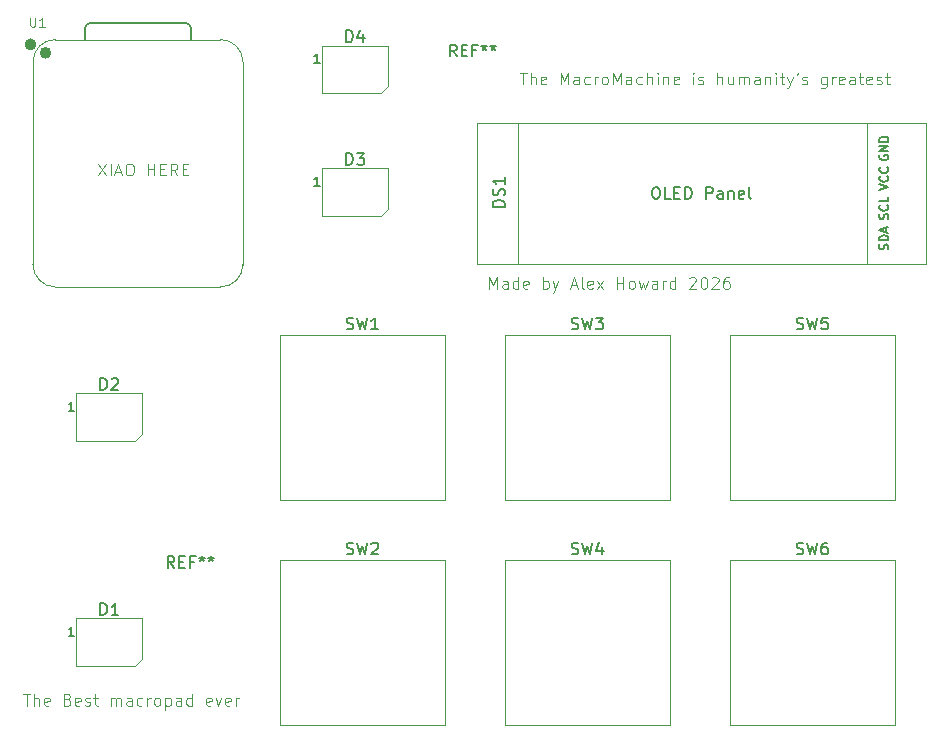
<source format=gto>
G04 #@! TF.GenerationSoftware,KiCad,Pcbnew,9.0.7*
G04 #@! TF.CreationDate,2026-01-14T23:35:42+00:00*
G04 #@! TF.ProjectId,MacroMachine,4d616372-6f4d-4616-9368-696e652e6b69,rev?*
G04 #@! TF.SameCoordinates,Original*
G04 #@! TF.FileFunction,Legend,Top*
G04 #@! TF.FilePolarity,Positive*
%FSLAX46Y46*%
G04 Gerber Fmt 4.6, Leading zero omitted, Abs format (unit mm)*
G04 Created by KiCad (PCBNEW 9.0.7) date 2026-01-14 23:35:42*
%MOMM*%
%LPD*%
G01*
G04 APERTURE LIST*
%ADD10C,0.100000*%
%ADD11C,0.150000*%
%ADD12C,0.106680*%
%ADD13C,0.120000*%
%ADD14C,0.127000*%
%ADD15C,0.504000*%
%ADD16C,0.040000*%
G04 APERTURE END LIST*
D10*
X153603884Y-98672419D02*
X153603884Y-97672419D01*
X153603884Y-97672419D02*
X153937217Y-98386704D01*
X153937217Y-98386704D02*
X154270550Y-97672419D01*
X154270550Y-97672419D02*
X154270550Y-98672419D01*
X155175312Y-98672419D02*
X155175312Y-98148609D01*
X155175312Y-98148609D02*
X155127693Y-98053371D01*
X155127693Y-98053371D02*
X155032455Y-98005752D01*
X155032455Y-98005752D02*
X154841979Y-98005752D01*
X154841979Y-98005752D02*
X154746741Y-98053371D01*
X155175312Y-98624800D02*
X155080074Y-98672419D01*
X155080074Y-98672419D02*
X154841979Y-98672419D01*
X154841979Y-98672419D02*
X154746741Y-98624800D01*
X154746741Y-98624800D02*
X154699122Y-98529561D01*
X154699122Y-98529561D02*
X154699122Y-98434323D01*
X154699122Y-98434323D02*
X154746741Y-98339085D01*
X154746741Y-98339085D02*
X154841979Y-98291466D01*
X154841979Y-98291466D02*
X155080074Y-98291466D01*
X155080074Y-98291466D02*
X155175312Y-98243847D01*
X156080074Y-98672419D02*
X156080074Y-97672419D01*
X156080074Y-98624800D02*
X155984836Y-98672419D01*
X155984836Y-98672419D02*
X155794360Y-98672419D01*
X155794360Y-98672419D02*
X155699122Y-98624800D01*
X155699122Y-98624800D02*
X155651503Y-98577180D01*
X155651503Y-98577180D02*
X155603884Y-98481942D01*
X155603884Y-98481942D02*
X155603884Y-98196228D01*
X155603884Y-98196228D02*
X155651503Y-98100990D01*
X155651503Y-98100990D02*
X155699122Y-98053371D01*
X155699122Y-98053371D02*
X155794360Y-98005752D01*
X155794360Y-98005752D02*
X155984836Y-98005752D01*
X155984836Y-98005752D02*
X156080074Y-98053371D01*
X156937217Y-98624800D02*
X156841979Y-98672419D01*
X156841979Y-98672419D02*
X156651503Y-98672419D01*
X156651503Y-98672419D02*
X156556265Y-98624800D01*
X156556265Y-98624800D02*
X156508646Y-98529561D01*
X156508646Y-98529561D02*
X156508646Y-98148609D01*
X156508646Y-98148609D02*
X156556265Y-98053371D01*
X156556265Y-98053371D02*
X156651503Y-98005752D01*
X156651503Y-98005752D02*
X156841979Y-98005752D01*
X156841979Y-98005752D02*
X156937217Y-98053371D01*
X156937217Y-98053371D02*
X156984836Y-98148609D01*
X156984836Y-98148609D02*
X156984836Y-98243847D01*
X156984836Y-98243847D02*
X156508646Y-98339085D01*
X158175313Y-98672419D02*
X158175313Y-97672419D01*
X158175313Y-98053371D02*
X158270551Y-98005752D01*
X158270551Y-98005752D02*
X158461027Y-98005752D01*
X158461027Y-98005752D02*
X158556265Y-98053371D01*
X158556265Y-98053371D02*
X158603884Y-98100990D01*
X158603884Y-98100990D02*
X158651503Y-98196228D01*
X158651503Y-98196228D02*
X158651503Y-98481942D01*
X158651503Y-98481942D02*
X158603884Y-98577180D01*
X158603884Y-98577180D02*
X158556265Y-98624800D01*
X158556265Y-98624800D02*
X158461027Y-98672419D01*
X158461027Y-98672419D02*
X158270551Y-98672419D01*
X158270551Y-98672419D02*
X158175313Y-98624800D01*
X158984837Y-98005752D02*
X159222932Y-98672419D01*
X159461027Y-98005752D02*
X159222932Y-98672419D01*
X159222932Y-98672419D02*
X159127694Y-98910514D01*
X159127694Y-98910514D02*
X159080075Y-98958133D01*
X159080075Y-98958133D02*
X158984837Y-99005752D01*
X160556266Y-98386704D02*
X161032456Y-98386704D01*
X160461028Y-98672419D02*
X160794361Y-97672419D01*
X160794361Y-97672419D02*
X161127694Y-98672419D01*
X161603885Y-98672419D02*
X161508647Y-98624800D01*
X161508647Y-98624800D02*
X161461028Y-98529561D01*
X161461028Y-98529561D02*
X161461028Y-97672419D01*
X162365790Y-98624800D02*
X162270552Y-98672419D01*
X162270552Y-98672419D02*
X162080076Y-98672419D01*
X162080076Y-98672419D02*
X161984838Y-98624800D01*
X161984838Y-98624800D02*
X161937219Y-98529561D01*
X161937219Y-98529561D02*
X161937219Y-98148609D01*
X161937219Y-98148609D02*
X161984838Y-98053371D01*
X161984838Y-98053371D02*
X162080076Y-98005752D01*
X162080076Y-98005752D02*
X162270552Y-98005752D01*
X162270552Y-98005752D02*
X162365790Y-98053371D01*
X162365790Y-98053371D02*
X162413409Y-98148609D01*
X162413409Y-98148609D02*
X162413409Y-98243847D01*
X162413409Y-98243847D02*
X161937219Y-98339085D01*
X162746743Y-98672419D02*
X163270552Y-98005752D01*
X162746743Y-98005752D02*
X163270552Y-98672419D01*
X164413410Y-98672419D02*
X164413410Y-97672419D01*
X164413410Y-98148609D02*
X164984838Y-98148609D01*
X164984838Y-98672419D02*
X164984838Y-97672419D01*
X165603886Y-98672419D02*
X165508648Y-98624800D01*
X165508648Y-98624800D02*
X165461029Y-98577180D01*
X165461029Y-98577180D02*
X165413410Y-98481942D01*
X165413410Y-98481942D02*
X165413410Y-98196228D01*
X165413410Y-98196228D02*
X165461029Y-98100990D01*
X165461029Y-98100990D02*
X165508648Y-98053371D01*
X165508648Y-98053371D02*
X165603886Y-98005752D01*
X165603886Y-98005752D02*
X165746743Y-98005752D01*
X165746743Y-98005752D02*
X165841981Y-98053371D01*
X165841981Y-98053371D02*
X165889600Y-98100990D01*
X165889600Y-98100990D02*
X165937219Y-98196228D01*
X165937219Y-98196228D02*
X165937219Y-98481942D01*
X165937219Y-98481942D02*
X165889600Y-98577180D01*
X165889600Y-98577180D02*
X165841981Y-98624800D01*
X165841981Y-98624800D02*
X165746743Y-98672419D01*
X165746743Y-98672419D02*
X165603886Y-98672419D01*
X166270553Y-98005752D02*
X166461029Y-98672419D01*
X166461029Y-98672419D02*
X166651505Y-98196228D01*
X166651505Y-98196228D02*
X166841981Y-98672419D01*
X166841981Y-98672419D02*
X167032457Y-98005752D01*
X167841981Y-98672419D02*
X167841981Y-98148609D01*
X167841981Y-98148609D02*
X167794362Y-98053371D01*
X167794362Y-98053371D02*
X167699124Y-98005752D01*
X167699124Y-98005752D02*
X167508648Y-98005752D01*
X167508648Y-98005752D02*
X167413410Y-98053371D01*
X167841981Y-98624800D02*
X167746743Y-98672419D01*
X167746743Y-98672419D02*
X167508648Y-98672419D01*
X167508648Y-98672419D02*
X167413410Y-98624800D01*
X167413410Y-98624800D02*
X167365791Y-98529561D01*
X167365791Y-98529561D02*
X167365791Y-98434323D01*
X167365791Y-98434323D02*
X167413410Y-98339085D01*
X167413410Y-98339085D02*
X167508648Y-98291466D01*
X167508648Y-98291466D02*
X167746743Y-98291466D01*
X167746743Y-98291466D02*
X167841981Y-98243847D01*
X168318172Y-98672419D02*
X168318172Y-98005752D01*
X168318172Y-98196228D02*
X168365791Y-98100990D01*
X168365791Y-98100990D02*
X168413410Y-98053371D01*
X168413410Y-98053371D02*
X168508648Y-98005752D01*
X168508648Y-98005752D02*
X168603886Y-98005752D01*
X169365791Y-98672419D02*
X169365791Y-97672419D01*
X169365791Y-98624800D02*
X169270553Y-98672419D01*
X169270553Y-98672419D02*
X169080077Y-98672419D01*
X169080077Y-98672419D02*
X168984839Y-98624800D01*
X168984839Y-98624800D02*
X168937220Y-98577180D01*
X168937220Y-98577180D02*
X168889601Y-98481942D01*
X168889601Y-98481942D02*
X168889601Y-98196228D01*
X168889601Y-98196228D02*
X168937220Y-98100990D01*
X168937220Y-98100990D02*
X168984839Y-98053371D01*
X168984839Y-98053371D02*
X169080077Y-98005752D01*
X169080077Y-98005752D02*
X169270553Y-98005752D01*
X169270553Y-98005752D02*
X169365791Y-98053371D01*
X170556268Y-97767657D02*
X170603887Y-97720038D01*
X170603887Y-97720038D02*
X170699125Y-97672419D01*
X170699125Y-97672419D02*
X170937220Y-97672419D01*
X170937220Y-97672419D02*
X171032458Y-97720038D01*
X171032458Y-97720038D02*
X171080077Y-97767657D01*
X171080077Y-97767657D02*
X171127696Y-97862895D01*
X171127696Y-97862895D02*
X171127696Y-97958133D01*
X171127696Y-97958133D02*
X171080077Y-98100990D01*
X171080077Y-98100990D02*
X170508649Y-98672419D01*
X170508649Y-98672419D02*
X171127696Y-98672419D01*
X171746744Y-97672419D02*
X171841982Y-97672419D01*
X171841982Y-97672419D02*
X171937220Y-97720038D01*
X171937220Y-97720038D02*
X171984839Y-97767657D01*
X171984839Y-97767657D02*
X172032458Y-97862895D01*
X172032458Y-97862895D02*
X172080077Y-98053371D01*
X172080077Y-98053371D02*
X172080077Y-98291466D01*
X172080077Y-98291466D02*
X172032458Y-98481942D01*
X172032458Y-98481942D02*
X171984839Y-98577180D01*
X171984839Y-98577180D02*
X171937220Y-98624800D01*
X171937220Y-98624800D02*
X171841982Y-98672419D01*
X171841982Y-98672419D02*
X171746744Y-98672419D01*
X171746744Y-98672419D02*
X171651506Y-98624800D01*
X171651506Y-98624800D02*
X171603887Y-98577180D01*
X171603887Y-98577180D02*
X171556268Y-98481942D01*
X171556268Y-98481942D02*
X171508649Y-98291466D01*
X171508649Y-98291466D02*
X171508649Y-98053371D01*
X171508649Y-98053371D02*
X171556268Y-97862895D01*
X171556268Y-97862895D02*
X171603887Y-97767657D01*
X171603887Y-97767657D02*
X171651506Y-97720038D01*
X171651506Y-97720038D02*
X171746744Y-97672419D01*
X172461030Y-97767657D02*
X172508649Y-97720038D01*
X172508649Y-97720038D02*
X172603887Y-97672419D01*
X172603887Y-97672419D02*
X172841982Y-97672419D01*
X172841982Y-97672419D02*
X172937220Y-97720038D01*
X172937220Y-97720038D02*
X172984839Y-97767657D01*
X172984839Y-97767657D02*
X173032458Y-97862895D01*
X173032458Y-97862895D02*
X173032458Y-97958133D01*
X173032458Y-97958133D02*
X172984839Y-98100990D01*
X172984839Y-98100990D02*
X172413411Y-98672419D01*
X172413411Y-98672419D02*
X173032458Y-98672419D01*
X173889601Y-97672419D02*
X173699125Y-97672419D01*
X173699125Y-97672419D02*
X173603887Y-97720038D01*
X173603887Y-97720038D02*
X173556268Y-97767657D01*
X173556268Y-97767657D02*
X173461030Y-97910514D01*
X173461030Y-97910514D02*
X173413411Y-98100990D01*
X173413411Y-98100990D02*
X173413411Y-98481942D01*
X173413411Y-98481942D02*
X173461030Y-98577180D01*
X173461030Y-98577180D02*
X173508649Y-98624800D01*
X173508649Y-98624800D02*
X173603887Y-98672419D01*
X173603887Y-98672419D02*
X173794363Y-98672419D01*
X173794363Y-98672419D02*
X173889601Y-98624800D01*
X173889601Y-98624800D02*
X173937220Y-98577180D01*
X173937220Y-98577180D02*
X173984839Y-98481942D01*
X173984839Y-98481942D02*
X173984839Y-98243847D01*
X173984839Y-98243847D02*
X173937220Y-98148609D01*
X173937220Y-98148609D02*
X173889601Y-98100990D01*
X173889601Y-98100990D02*
X173794363Y-98053371D01*
X173794363Y-98053371D02*
X173603887Y-98053371D01*
X173603887Y-98053371D02*
X173508649Y-98100990D01*
X173508649Y-98100990D02*
X173461030Y-98148609D01*
X173461030Y-98148609D02*
X173413411Y-98243847D01*
X114161027Y-132972419D02*
X114732455Y-132972419D01*
X114446741Y-133972419D02*
X114446741Y-132972419D01*
X115065789Y-133972419D02*
X115065789Y-132972419D01*
X115494360Y-133972419D02*
X115494360Y-133448609D01*
X115494360Y-133448609D02*
X115446741Y-133353371D01*
X115446741Y-133353371D02*
X115351503Y-133305752D01*
X115351503Y-133305752D02*
X115208646Y-133305752D01*
X115208646Y-133305752D02*
X115113408Y-133353371D01*
X115113408Y-133353371D02*
X115065789Y-133400990D01*
X116351503Y-133924800D02*
X116256265Y-133972419D01*
X116256265Y-133972419D02*
X116065789Y-133972419D01*
X116065789Y-133972419D02*
X115970551Y-133924800D01*
X115970551Y-133924800D02*
X115922932Y-133829561D01*
X115922932Y-133829561D02*
X115922932Y-133448609D01*
X115922932Y-133448609D02*
X115970551Y-133353371D01*
X115970551Y-133353371D02*
X116065789Y-133305752D01*
X116065789Y-133305752D02*
X116256265Y-133305752D01*
X116256265Y-133305752D02*
X116351503Y-133353371D01*
X116351503Y-133353371D02*
X116399122Y-133448609D01*
X116399122Y-133448609D02*
X116399122Y-133543847D01*
X116399122Y-133543847D02*
X115922932Y-133639085D01*
X117922932Y-133448609D02*
X118065789Y-133496228D01*
X118065789Y-133496228D02*
X118113408Y-133543847D01*
X118113408Y-133543847D02*
X118161027Y-133639085D01*
X118161027Y-133639085D02*
X118161027Y-133781942D01*
X118161027Y-133781942D02*
X118113408Y-133877180D01*
X118113408Y-133877180D02*
X118065789Y-133924800D01*
X118065789Y-133924800D02*
X117970551Y-133972419D01*
X117970551Y-133972419D02*
X117589599Y-133972419D01*
X117589599Y-133972419D02*
X117589599Y-132972419D01*
X117589599Y-132972419D02*
X117922932Y-132972419D01*
X117922932Y-132972419D02*
X118018170Y-133020038D01*
X118018170Y-133020038D02*
X118065789Y-133067657D01*
X118065789Y-133067657D02*
X118113408Y-133162895D01*
X118113408Y-133162895D02*
X118113408Y-133258133D01*
X118113408Y-133258133D02*
X118065789Y-133353371D01*
X118065789Y-133353371D02*
X118018170Y-133400990D01*
X118018170Y-133400990D02*
X117922932Y-133448609D01*
X117922932Y-133448609D02*
X117589599Y-133448609D01*
X118970551Y-133924800D02*
X118875313Y-133972419D01*
X118875313Y-133972419D02*
X118684837Y-133972419D01*
X118684837Y-133972419D02*
X118589599Y-133924800D01*
X118589599Y-133924800D02*
X118541980Y-133829561D01*
X118541980Y-133829561D02*
X118541980Y-133448609D01*
X118541980Y-133448609D02*
X118589599Y-133353371D01*
X118589599Y-133353371D02*
X118684837Y-133305752D01*
X118684837Y-133305752D02*
X118875313Y-133305752D01*
X118875313Y-133305752D02*
X118970551Y-133353371D01*
X118970551Y-133353371D02*
X119018170Y-133448609D01*
X119018170Y-133448609D02*
X119018170Y-133543847D01*
X119018170Y-133543847D02*
X118541980Y-133639085D01*
X119399123Y-133924800D02*
X119494361Y-133972419D01*
X119494361Y-133972419D02*
X119684837Y-133972419D01*
X119684837Y-133972419D02*
X119780075Y-133924800D01*
X119780075Y-133924800D02*
X119827694Y-133829561D01*
X119827694Y-133829561D02*
X119827694Y-133781942D01*
X119827694Y-133781942D02*
X119780075Y-133686704D01*
X119780075Y-133686704D02*
X119684837Y-133639085D01*
X119684837Y-133639085D02*
X119541980Y-133639085D01*
X119541980Y-133639085D02*
X119446742Y-133591466D01*
X119446742Y-133591466D02*
X119399123Y-133496228D01*
X119399123Y-133496228D02*
X119399123Y-133448609D01*
X119399123Y-133448609D02*
X119446742Y-133353371D01*
X119446742Y-133353371D02*
X119541980Y-133305752D01*
X119541980Y-133305752D02*
X119684837Y-133305752D01*
X119684837Y-133305752D02*
X119780075Y-133353371D01*
X120113409Y-133305752D02*
X120494361Y-133305752D01*
X120256266Y-132972419D02*
X120256266Y-133829561D01*
X120256266Y-133829561D02*
X120303885Y-133924800D01*
X120303885Y-133924800D02*
X120399123Y-133972419D01*
X120399123Y-133972419D02*
X120494361Y-133972419D01*
X121589600Y-133972419D02*
X121589600Y-133305752D01*
X121589600Y-133400990D02*
X121637219Y-133353371D01*
X121637219Y-133353371D02*
X121732457Y-133305752D01*
X121732457Y-133305752D02*
X121875314Y-133305752D01*
X121875314Y-133305752D02*
X121970552Y-133353371D01*
X121970552Y-133353371D02*
X122018171Y-133448609D01*
X122018171Y-133448609D02*
X122018171Y-133972419D01*
X122018171Y-133448609D02*
X122065790Y-133353371D01*
X122065790Y-133353371D02*
X122161028Y-133305752D01*
X122161028Y-133305752D02*
X122303885Y-133305752D01*
X122303885Y-133305752D02*
X122399124Y-133353371D01*
X122399124Y-133353371D02*
X122446743Y-133448609D01*
X122446743Y-133448609D02*
X122446743Y-133972419D01*
X123351504Y-133972419D02*
X123351504Y-133448609D01*
X123351504Y-133448609D02*
X123303885Y-133353371D01*
X123303885Y-133353371D02*
X123208647Y-133305752D01*
X123208647Y-133305752D02*
X123018171Y-133305752D01*
X123018171Y-133305752D02*
X122922933Y-133353371D01*
X123351504Y-133924800D02*
X123256266Y-133972419D01*
X123256266Y-133972419D02*
X123018171Y-133972419D01*
X123018171Y-133972419D02*
X122922933Y-133924800D01*
X122922933Y-133924800D02*
X122875314Y-133829561D01*
X122875314Y-133829561D02*
X122875314Y-133734323D01*
X122875314Y-133734323D02*
X122922933Y-133639085D01*
X122922933Y-133639085D02*
X123018171Y-133591466D01*
X123018171Y-133591466D02*
X123256266Y-133591466D01*
X123256266Y-133591466D02*
X123351504Y-133543847D01*
X124256266Y-133924800D02*
X124161028Y-133972419D01*
X124161028Y-133972419D02*
X123970552Y-133972419D01*
X123970552Y-133972419D02*
X123875314Y-133924800D01*
X123875314Y-133924800D02*
X123827695Y-133877180D01*
X123827695Y-133877180D02*
X123780076Y-133781942D01*
X123780076Y-133781942D02*
X123780076Y-133496228D01*
X123780076Y-133496228D02*
X123827695Y-133400990D01*
X123827695Y-133400990D02*
X123875314Y-133353371D01*
X123875314Y-133353371D02*
X123970552Y-133305752D01*
X123970552Y-133305752D02*
X124161028Y-133305752D01*
X124161028Y-133305752D02*
X124256266Y-133353371D01*
X124684838Y-133972419D02*
X124684838Y-133305752D01*
X124684838Y-133496228D02*
X124732457Y-133400990D01*
X124732457Y-133400990D02*
X124780076Y-133353371D01*
X124780076Y-133353371D02*
X124875314Y-133305752D01*
X124875314Y-133305752D02*
X124970552Y-133305752D01*
X125446743Y-133972419D02*
X125351505Y-133924800D01*
X125351505Y-133924800D02*
X125303886Y-133877180D01*
X125303886Y-133877180D02*
X125256267Y-133781942D01*
X125256267Y-133781942D02*
X125256267Y-133496228D01*
X125256267Y-133496228D02*
X125303886Y-133400990D01*
X125303886Y-133400990D02*
X125351505Y-133353371D01*
X125351505Y-133353371D02*
X125446743Y-133305752D01*
X125446743Y-133305752D02*
X125589600Y-133305752D01*
X125589600Y-133305752D02*
X125684838Y-133353371D01*
X125684838Y-133353371D02*
X125732457Y-133400990D01*
X125732457Y-133400990D02*
X125780076Y-133496228D01*
X125780076Y-133496228D02*
X125780076Y-133781942D01*
X125780076Y-133781942D02*
X125732457Y-133877180D01*
X125732457Y-133877180D02*
X125684838Y-133924800D01*
X125684838Y-133924800D02*
X125589600Y-133972419D01*
X125589600Y-133972419D02*
X125446743Y-133972419D01*
X126208648Y-133305752D02*
X126208648Y-134305752D01*
X126208648Y-133353371D02*
X126303886Y-133305752D01*
X126303886Y-133305752D02*
X126494362Y-133305752D01*
X126494362Y-133305752D02*
X126589600Y-133353371D01*
X126589600Y-133353371D02*
X126637219Y-133400990D01*
X126637219Y-133400990D02*
X126684838Y-133496228D01*
X126684838Y-133496228D02*
X126684838Y-133781942D01*
X126684838Y-133781942D02*
X126637219Y-133877180D01*
X126637219Y-133877180D02*
X126589600Y-133924800D01*
X126589600Y-133924800D02*
X126494362Y-133972419D01*
X126494362Y-133972419D02*
X126303886Y-133972419D01*
X126303886Y-133972419D02*
X126208648Y-133924800D01*
X127541981Y-133972419D02*
X127541981Y-133448609D01*
X127541981Y-133448609D02*
X127494362Y-133353371D01*
X127494362Y-133353371D02*
X127399124Y-133305752D01*
X127399124Y-133305752D02*
X127208648Y-133305752D01*
X127208648Y-133305752D02*
X127113410Y-133353371D01*
X127541981Y-133924800D02*
X127446743Y-133972419D01*
X127446743Y-133972419D02*
X127208648Y-133972419D01*
X127208648Y-133972419D02*
X127113410Y-133924800D01*
X127113410Y-133924800D02*
X127065791Y-133829561D01*
X127065791Y-133829561D02*
X127065791Y-133734323D01*
X127065791Y-133734323D02*
X127113410Y-133639085D01*
X127113410Y-133639085D02*
X127208648Y-133591466D01*
X127208648Y-133591466D02*
X127446743Y-133591466D01*
X127446743Y-133591466D02*
X127541981Y-133543847D01*
X128446743Y-133972419D02*
X128446743Y-132972419D01*
X128446743Y-133924800D02*
X128351505Y-133972419D01*
X128351505Y-133972419D02*
X128161029Y-133972419D01*
X128161029Y-133972419D02*
X128065791Y-133924800D01*
X128065791Y-133924800D02*
X128018172Y-133877180D01*
X128018172Y-133877180D02*
X127970553Y-133781942D01*
X127970553Y-133781942D02*
X127970553Y-133496228D01*
X127970553Y-133496228D02*
X128018172Y-133400990D01*
X128018172Y-133400990D02*
X128065791Y-133353371D01*
X128065791Y-133353371D02*
X128161029Y-133305752D01*
X128161029Y-133305752D02*
X128351505Y-133305752D01*
X128351505Y-133305752D02*
X128446743Y-133353371D01*
X130065791Y-133924800D02*
X129970553Y-133972419D01*
X129970553Y-133972419D02*
X129780077Y-133972419D01*
X129780077Y-133972419D02*
X129684839Y-133924800D01*
X129684839Y-133924800D02*
X129637220Y-133829561D01*
X129637220Y-133829561D02*
X129637220Y-133448609D01*
X129637220Y-133448609D02*
X129684839Y-133353371D01*
X129684839Y-133353371D02*
X129780077Y-133305752D01*
X129780077Y-133305752D02*
X129970553Y-133305752D01*
X129970553Y-133305752D02*
X130065791Y-133353371D01*
X130065791Y-133353371D02*
X130113410Y-133448609D01*
X130113410Y-133448609D02*
X130113410Y-133543847D01*
X130113410Y-133543847D02*
X129637220Y-133639085D01*
X130446744Y-133305752D02*
X130684839Y-133972419D01*
X130684839Y-133972419D02*
X130922934Y-133305752D01*
X131684839Y-133924800D02*
X131589601Y-133972419D01*
X131589601Y-133972419D02*
X131399125Y-133972419D01*
X131399125Y-133972419D02*
X131303887Y-133924800D01*
X131303887Y-133924800D02*
X131256268Y-133829561D01*
X131256268Y-133829561D02*
X131256268Y-133448609D01*
X131256268Y-133448609D02*
X131303887Y-133353371D01*
X131303887Y-133353371D02*
X131399125Y-133305752D01*
X131399125Y-133305752D02*
X131589601Y-133305752D01*
X131589601Y-133305752D02*
X131684839Y-133353371D01*
X131684839Y-133353371D02*
X131732458Y-133448609D01*
X131732458Y-133448609D02*
X131732458Y-133543847D01*
X131732458Y-133543847D02*
X131256268Y-133639085D01*
X132161030Y-133972419D02*
X132161030Y-133305752D01*
X132161030Y-133496228D02*
X132208649Y-133400990D01*
X132208649Y-133400990D02*
X132256268Y-133353371D01*
X132256268Y-133353371D02*
X132351506Y-133305752D01*
X132351506Y-133305752D02*
X132446744Y-133305752D01*
X120508646Y-88072419D02*
X121175312Y-89072419D01*
X121175312Y-88072419D02*
X120508646Y-89072419D01*
X121556265Y-89072419D02*
X121556265Y-88072419D01*
X121984836Y-88786704D02*
X122461026Y-88786704D01*
X121889598Y-89072419D02*
X122222931Y-88072419D01*
X122222931Y-88072419D02*
X122556264Y-89072419D01*
X123080074Y-88072419D02*
X123270550Y-88072419D01*
X123270550Y-88072419D02*
X123365788Y-88120038D01*
X123365788Y-88120038D02*
X123461026Y-88215276D01*
X123461026Y-88215276D02*
X123508645Y-88405752D01*
X123508645Y-88405752D02*
X123508645Y-88739085D01*
X123508645Y-88739085D02*
X123461026Y-88929561D01*
X123461026Y-88929561D02*
X123365788Y-89024800D01*
X123365788Y-89024800D02*
X123270550Y-89072419D01*
X123270550Y-89072419D02*
X123080074Y-89072419D01*
X123080074Y-89072419D02*
X122984836Y-89024800D01*
X122984836Y-89024800D02*
X122889598Y-88929561D01*
X122889598Y-88929561D02*
X122841979Y-88739085D01*
X122841979Y-88739085D02*
X122841979Y-88405752D01*
X122841979Y-88405752D02*
X122889598Y-88215276D01*
X122889598Y-88215276D02*
X122984836Y-88120038D01*
X122984836Y-88120038D02*
X123080074Y-88072419D01*
X124699122Y-89072419D02*
X124699122Y-88072419D01*
X124699122Y-88548609D02*
X125270550Y-88548609D01*
X125270550Y-89072419D02*
X125270550Y-88072419D01*
X125746741Y-88548609D02*
X126080074Y-88548609D01*
X126222931Y-89072419D02*
X125746741Y-89072419D01*
X125746741Y-89072419D02*
X125746741Y-88072419D01*
X125746741Y-88072419D02*
X126222931Y-88072419D01*
X127222931Y-89072419D02*
X126889598Y-88596228D01*
X126651503Y-89072419D02*
X126651503Y-88072419D01*
X126651503Y-88072419D02*
X127032455Y-88072419D01*
X127032455Y-88072419D02*
X127127693Y-88120038D01*
X127127693Y-88120038D02*
X127175312Y-88167657D01*
X127175312Y-88167657D02*
X127222931Y-88262895D01*
X127222931Y-88262895D02*
X127222931Y-88405752D01*
X127222931Y-88405752D02*
X127175312Y-88500990D01*
X127175312Y-88500990D02*
X127127693Y-88548609D01*
X127127693Y-88548609D02*
X127032455Y-88596228D01*
X127032455Y-88596228D02*
X126651503Y-88596228D01*
X127651503Y-88548609D02*
X127984836Y-88548609D01*
X128127693Y-89072419D02*
X127651503Y-89072419D01*
X127651503Y-89072419D02*
X127651503Y-88072419D01*
X127651503Y-88072419D02*
X128127693Y-88072419D01*
X156226027Y-80372419D02*
X156797455Y-80372419D01*
X156511741Y-81372419D02*
X156511741Y-80372419D01*
X157130789Y-81372419D02*
X157130789Y-80372419D01*
X157559360Y-81372419D02*
X157559360Y-80848609D01*
X157559360Y-80848609D02*
X157511741Y-80753371D01*
X157511741Y-80753371D02*
X157416503Y-80705752D01*
X157416503Y-80705752D02*
X157273646Y-80705752D01*
X157273646Y-80705752D02*
X157178408Y-80753371D01*
X157178408Y-80753371D02*
X157130789Y-80800990D01*
X158416503Y-81324800D02*
X158321265Y-81372419D01*
X158321265Y-81372419D02*
X158130789Y-81372419D01*
X158130789Y-81372419D02*
X158035551Y-81324800D01*
X158035551Y-81324800D02*
X157987932Y-81229561D01*
X157987932Y-81229561D02*
X157987932Y-80848609D01*
X157987932Y-80848609D02*
X158035551Y-80753371D01*
X158035551Y-80753371D02*
X158130789Y-80705752D01*
X158130789Y-80705752D02*
X158321265Y-80705752D01*
X158321265Y-80705752D02*
X158416503Y-80753371D01*
X158416503Y-80753371D02*
X158464122Y-80848609D01*
X158464122Y-80848609D02*
X158464122Y-80943847D01*
X158464122Y-80943847D02*
X157987932Y-81039085D01*
X159654599Y-81372419D02*
X159654599Y-80372419D01*
X159654599Y-80372419D02*
X159987932Y-81086704D01*
X159987932Y-81086704D02*
X160321265Y-80372419D01*
X160321265Y-80372419D02*
X160321265Y-81372419D01*
X161226027Y-81372419D02*
X161226027Y-80848609D01*
X161226027Y-80848609D02*
X161178408Y-80753371D01*
X161178408Y-80753371D02*
X161083170Y-80705752D01*
X161083170Y-80705752D02*
X160892694Y-80705752D01*
X160892694Y-80705752D02*
X160797456Y-80753371D01*
X161226027Y-81324800D02*
X161130789Y-81372419D01*
X161130789Y-81372419D02*
X160892694Y-81372419D01*
X160892694Y-81372419D02*
X160797456Y-81324800D01*
X160797456Y-81324800D02*
X160749837Y-81229561D01*
X160749837Y-81229561D02*
X160749837Y-81134323D01*
X160749837Y-81134323D02*
X160797456Y-81039085D01*
X160797456Y-81039085D02*
X160892694Y-80991466D01*
X160892694Y-80991466D02*
X161130789Y-80991466D01*
X161130789Y-80991466D02*
X161226027Y-80943847D01*
X162130789Y-81324800D02*
X162035551Y-81372419D01*
X162035551Y-81372419D02*
X161845075Y-81372419D01*
X161845075Y-81372419D02*
X161749837Y-81324800D01*
X161749837Y-81324800D02*
X161702218Y-81277180D01*
X161702218Y-81277180D02*
X161654599Y-81181942D01*
X161654599Y-81181942D02*
X161654599Y-80896228D01*
X161654599Y-80896228D02*
X161702218Y-80800990D01*
X161702218Y-80800990D02*
X161749837Y-80753371D01*
X161749837Y-80753371D02*
X161845075Y-80705752D01*
X161845075Y-80705752D02*
X162035551Y-80705752D01*
X162035551Y-80705752D02*
X162130789Y-80753371D01*
X162559361Y-81372419D02*
X162559361Y-80705752D01*
X162559361Y-80896228D02*
X162606980Y-80800990D01*
X162606980Y-80800990D02*
X162654599Y-80753371D01*
X162654599Y-80753371D02*
X162749837Y-80705752D01*
X162749837Y-80705752D02*
X162845075Y-80705752D01*
X163321266Y-81372419D02*
X163226028Y-81324800D01*
X163226028Y-81324800D02*
X163178409Y-81277180D01*
X163178409Y-81277180D02*
X163130790Y-81181942D01*
X163130790Y-81181942D02*
X163130790Y-80896228D01*
X163130790Y-80896228D02*
X163178409Y-80800990D01*
X163178409Y-80800990D02*
X163226028Y-80753371D01*
X163226028Y-80753371D02*
X163321266Y-80705752D01*
X163321266Y-80705752D02*
X163464123Y-80705752D01*
X163464123Y-80705752D02*
X163559361Y-80753371D01*
X163559361Y-80753371D02*
X163606980Y-80800990D01*
X163606980Y-80800990D02*
X163654599Y-80896228D01*
X163654599Y-80896228D02*
X163654599Y-81181942D01*
X163654599Y-81181942D02*
X163606980Y-81277180D01*
X163606980Y-81277180D02*
X163559361Y-81324800D01*
X163559361Y-81324800D02*
X163464123Y-81372419D01*
X163464123Y-81372419D02*
X163321266Y-81372419D01*
X164083171Y-81372419D02*
X164083171Y-80372419D01*
X164083171Y-80372419D02*
X164416504Y-81086704D01*
X164416504Y-81086704D02*
X164749837Y-80372419D01*
X164749837Y-80372419D02*
X164749837Y-81372419D01*
X165654599Y-81372419D02*
X165654599Y-80848609D01*
X165654599Y-80848609D02*
X165606980Y-80753371D01*
X165606980Y-80753371D02*
X165511742Y-80705752D01*
X165511742Y-80705752D02*
X165321266Y-80705752D01*
X165321266Y-80705752D02*
X165226028Y-80753371D01*
X165654599Y-81324800D02*
X165559361Y-81372419D01*
X165559361Y-81372419D02*
X165321266Y-81372419D01*
X165321266Y-81372419D02*
X165226028Y-81324800D01*
X165226028Y-81324800D02*
X165178409Y-81229561D01*
X165178409Y-81229561D02*
X165178409Y-81134323D01*
X165178409Y-81134323D02*
X165226028Y-81039085D01*
X165226028Y-81039085D02*
X165321266Y-80991466D01*
X165321266Y-80991466D02*
X165559361Y-80991466D01*
X165559361Y-80991466D02*
X165654599Y-80943847D01*
X166559361Y-81324800D02*
X166464123Y-81372419D01*
X166464123Y-81372419D02*
X166273647Y-81372419D01*
X166273647Y-81372419D02*
X166178409Y-81324800D01*
X166178409Y-81324800D02*
X166130790Y-81277180D01*
X166130790Y-81277180D02*
X166083171Y-81181942D01*
X166083171Y-81181942D02*
X166083171Y-80896228D01*
X166083171Y-80896228D02*
X166130790Y-80800990D01*
X166130790Y-80800990D02*
X166178409Y-80753371D01*
X166178409Y-80753371D02*
X166273647Y-80705752D01*
X166273647Y-80705752D02*
X166464123Y-80705752D01*
X166464123Y-80705752D02*
X166559361Y-80753371D01*
X166987933Y-81372419D02*
X166987933Y-80372419D01*
X167416504Y-81372419D02*
X167416504Y-80848609D01*
X167416504Y-80848609D02*
X167368885Y-80753371D01*
X167368885Y-80753371D02*
X167273647Y-80705752D01*
X167273647Y-80705752D02*
X167130790Y-80705752D01*
X167130790Y-80705752D02*
X167035552Y-80753371D01*
X167035552Y-80753371D02*
X166987933Y-80800990D01*
X167892695Y-81372419D02*
X167892695Y-80705752D01*
X167892695Y-80372419D02*
X167845076Y-80420038D01*
X167845076Y-80420038D02*
X167892695Y-80467657D01*
X167892695Y-80467657D02*
X167940314Y-80420038D01*
X167940314Y-80420038D02*
X167892695Y-80372419D01*
X167892695Y-80372419D02*
X167892695Y-80467657D01*
X168368885Y-80705752D02*
X168368885Y-81372419D01*
X168368885Y-80800990D02*
X168416504Y-80753371D01*
X168416504Y-80753371D02*
X168511742Y-80705752D01*
X168511742Y-80705752D02*
X168654599Y-80705752D01*
X168654599Y-80705752D02*
X168749837Y-80753371D01*
X168749837Y-80753371D02*
X168797456Y-80848609D01*
X168797456Y-80848609D02*
X168797456Y-81372419D01*
X169654599Y-81324800D02*
X169559361Y-81372419D01*
X169559361Y-81372419D02*
X169368885Y-81372419D01*
X169368885Y-81372419D02*
X169273647Y-81324800D01*
X169273647Y-81324800D02*
X169226028Y-81229561D01*
X169226028Y-81229561D02*
X169226028Y-80848609D01*
X169226028Y-80848609D02*
X169273647Y-80753371D01*
X169273647Y-80753371D02*
X169368885Y-80705752D01*
X169368885Y-80705752D02*
X169559361Y-80705752D01*
X169559361Y-80705752D02*
X169654599Y-80753371D01*
X169654599Y-80753371D02*
X169702218Y-80848609D01*
X169702218Y-80848609D02*
X169702218Y-80943847D01*
X169702218Y-80943847D02*
X169226028Y-81039085D01*
X170892695Y-81372419D02*
X170892695Y-80705752D01*
X170892695Y-80372419D02*
X170845076Y-80420038D01*
X170845076Y-80420038D02*
X170892695Y-80467657D01*
X170892695Y-80467657D02*
X170940314Y-80420038D01*
X170940314Y-80420038D02*
X170892695Y-80372419D01*
X170892695Y-80372419D02*
X170892695Y-80467657D01*
X171321266Y-81324800D02*
X171416504Y-81372419D01*
X171416504Y-81372419D02*
X171606980Y-81372419D01*
X171606980Y-81372419D02*
X171702218Y-81324800D01*
X171702218Y-81324800D02*
X171749837Y-81229561D01*
X171749837Y-81229561D02*
X171749837Y-81181942D01*
X171749837Y-81181942D02*
X171702218Y-81086704D01*
X171702218Y-81086704D02*
X171606980Y-81039085D01*
X171606980Y-81039085D02*
X171464123Y-81039085D01*
X171464123Y-81039085D02*
X171368885Y-80991466D01*
X171368885Y-80991466D02*
X171321266Y-80896228D01*
X171321266Y-80896228D02*
X171321266Y-80848609D01*
X171321266Y-80848609D02*
X171368885Y-80753371D01*
X171368885Y-80753371D02*
X171464123Y-80705752D01*
X171464123Y-80705752D02*
X171606980Y-80705752D01*
X171606980Y-80705752D02*
X171702218Y-80753371D01*
X172940314Y-81372419D02*
X172940314Y-80372419D01*
X173368885Y-81372419D02*
X173368885Y-80848609D01*
X173368885Y-80848609D02*
X173321266Y-80753371D01*
X173321266Y-80753371D02*
X173226028Y-80705752D01*
X173226028Y-80705752D02*
X173083171Y-80705752D01*
X173083171Y-80705752D02*
X172987933Y-80753371D01*
X172987933Y-80753371D02*
X172940314Y-80800990D01*
X174273647Y-80705752D02*
X174273647Y-81372419D01*
X173845076Y-80705752D02*
X173845076Y-81229561D01*
X173845076Y-81229561D02*
X173892695Y-81324800D01*
X173892695Y-81324800D02*
X173987933Y-81372419D01*
X173987933Y-81372419D02*
X174130790Y-81372419D01*
X174130790Y-81372419D02*
X174226028Y-81324800D01*
X174226028Y-81324800D02*
X174273647Y-81277180D01*
X174749838Y-81372419D02*
X174749838Y-80705752D01*
X174749838Y-80800990D02*
X174797457Y-80753371D01*
X174797457Y-80753371D02*
X174892695Y-80705752D01*
X174892695Y-80705752D02*
X175035552Y-80705752D01*
X175035552Y-80705752D02*
X175130790Y-80753371D01*
X175130790Y-80753371D02*
X175178409Y-80848609D01*
X175178409Y-80848609D02*
X175178409Y-81372419D01*
X175178409Y-80848609D02*
X175226028Y-80753371D01*
X175226028Y-80753371D02*
X175321266Y-80705752D01*
X175321266Y-80705752D02*
X175464123Y-80705752D01*
X175464123Y-80705752D02*
X175559362Y-80753371D01*
X175559362Y-80753371D02*
X175606981Y-80848609D01*
X175606981Y-80848609D02*
X175606981Y-81372419D01*
X176511742Y-81372419D02*
X176511742Y-80848609D01*
X176511742Y-80848609D02*
X176464123Y-80753371D01*
X176464123Y-80753371D02*
X176368885Y-80705752D01*
X176368885Y-80705752D02*
X176178409Y-80705752D01*
X176178409Y-80705752D02*
X176083171Y-80753371D01*
X176511742Y-81324800D02*
X176416504Y-81372419D01*
X176416504Y-81372419D02*
X176178409Y-81372419D01*
X176178409Y-81372419D02*
X176083171Y-81324800D01*
X176083171Y-81324800D02*
X176035552Y-81229561D01*
X176035552Y-81229561D02*
X176035552Y-81134323D01*
X176035552Y-81134323D02*
X176083171Y-81039085D01*
X176083171Y-81039085D02*
X176178409Y-80991466D01*
X176178409Y-80991466D02*
X176416504Y-80991466D01*
X176416504Y-80991466D02*
X176511742Y-80943847D01*
X176987933Y-80705752D02*
X176987933Y-81372419D01*
X176987933Y-80800990D02*
X177035552Y-80753371D01*
X177035552Y-80753371D02*
X177130790Y-80705752D01*
X177130790Y-80705752D02*
X177273647Y-80705752D01*
X177273647Y-80705752D02*
X177368885Y-80753371D01*
X177368885Y-80753371D02*
X177416504Y-80848609D01*
X177416504Y-80848609D02*
X177416504Y-81372419D01*
X177892695Y-81372419D02*
X177892695Y-80705752D01*
X177892695Y-80372419D02*
X177845076Y-80420038D01*
X177845076Y-80420038D02*
X177892695Y-80467657D01*
X177892695Y-80467657D02*
X177940314Y-80420038D01*
X177940314Y-80420038D02*
X177892695Y-80372419D01*
X177892695Y-80372419D02*
X177892695Y-80467657D01*
X178226028Y-80705752D02*
X178606980Y-80705752D01*
X178368885Y-80372419D02*
X178368885Y-81229561D01*
X178368885Y-81229561D02*
X178416504Y-81324800D01*
X178416504Y-81324800D02*
X178511742Y-81372419D01*
X178511742Y-81372419D02*
X178606980Y-81372419D01*
X178845076Y-80705752D02*
X179083171Y-81372419D01*
X179321266Y-80705752D02*
X179083171Y-81372419D01*
X179083171Y-81372419D02*
X178987933Y-81610514D01*
X178987933Y-81610514D02*
X178940314Y-81658133D01*
X178940314Y-81658133D02*
X178845076Y-81705752D01*
X179749838Y-80372419D02*
X179654600Y-80562895D01*
X180130790Y-81324800D02*
X180226028Y-81372419D01*
X180226028Y-81372419D02*
X180416504Y-81372419D01*
X180416504Y-81372419D02*
X180511742Y-81324800D01*
X180511742Y-81324800D02*
X180559361Y-81229561D01*
X180559361Y-81229561D02*
X180559361Y-81181942D01*
X180559361Y-81181942D02*
X180511742Y-81086704D01*
X180511742Y-81086704D02*
X180416504Y-81039085D01*
X180416504Y-81039085D02*
X180273647Y-81039085D01*
X180273647Y-81039085D02*
X180178409Y-80991466D01*
X180178409Y-80991466D02*
X180130790Y-80896228D01*
X180130790Y-80896228D02*
X180130790Y-80848609D01*
X180130790Y-80848609D02*
X180178409Y-80753371D01*
X180178409Y-80753371D02*
X180273647Y-80705752D01*
X180273647Y-80705752D02*
X180416504Y-80705752D01*
X180416504Y-80705752D02*
X180511742Y-80753371D01*
X182178409Y-80705752D02*
X182178409Y-81515276D01*
X182178409Y-81515276D02*
X182130790Y-81610514D01*
X182130790Y-81610514D02*
X182083171Y-81658133D01*
X182083171Y-81658133D02*
X181987933Y-81705752D01*
X181987933Y-81705752D02*
X181845076Y-81705752D01*
X181845076Y-81705752D02*
X181749838Y-81658133D01*
X182178409Y-81324800D02*
X182083171Y-81372419D01*
X182083171Y-81372419D02*
X181892695Y-81372419D01*
X181892695Y-81372419D02*
X181797457Y-81324800D01*
X181797457Y-81324800D02*
X181749838Y-81277180D01*
X181749838Y-81277180D02*
X181702219Y-81181942D01*
X181702219Y-81181942D02*
X181702219Y-80896228D01*
X181702219Y-80896228D02*
X181749838Y-80800990D01*
X181749838Y-80800990D02*
X181797457Y-80753371D01*
X181797457Y-80753371D02*
X181892695Y-80705752D01*
X181892695Y-80705752D02*
X182083171Y-80705752D01*
X182083171Y-80705752D02*
X182178409Y-80753371D01*
X182654600Y-81372419D02*
X182654600Y-80705752D01*
X182654600Y-80896228D02*
X182702219Y-80800990D01*
X182702219Y-80800990D02*
X182749838Y-80753371D01*
X182749838Y-80753371D02*
X182845076Y-80705752D01*
X182845076Y-80705752D02*
X182940314Y-80705752D01*
X183654600Y-81324800D02*
X183559362Y-81372419D01*
X183559362Y-81372419D02*
X183368886Y-81372419D01*
X183368886Y-81372419D02*
X183273648Y-81324800D01*
X183273648Y-81324800D02*
X183226029Y-81229561D01*
X183226029Y-81229561D02*
X183226029Y-80848609D01*
X183226029Y-80848609D02*
X183273648Y-80753371D01*
X183273648Y-80753371D02*
X183368886Y-80705752D01*
X183368886Y-80705752D02*
X183559362Y-80705752D01*
X183559362Y-80705752D02*
X183654600Y-80753371D01*
X183654600Y-80753371D02*
X183702219Y-80848609D01*
X183702219Y-80848609D02*
X183702219Y-80943847D01*
X183702219Y-80943847D02*
X183226029Y-81039085D01*
X184559362Y-81372419D02*
X184559362Y-80848609D01*
X184559362Y-80848609D02*
X184511743Y-80753371D01*
X184511743Y-80753371D02*
X184416505Y-80705752D01*
X184416505Y-80705752D02*
X184226029Y-80705752D01*
X184226029Y-80705752D02*
X184130791Y-80753371D01*
X184559362Y-81324800D02*
X184464124Y-81372419D01*
X184464124Y-81372419D02*
X184226029Y-81372419D01*
X184226029Y-81372419D02*
X184130791Y-81324800D01*
X184130791Y-81324800D02*
X184083172Y-81229561D01*
X184083172Y-81229561D02*
X184083172Y-81134323D01*
X184083172Y-81134323D02*
X184130791Y-81039085D01*
X184130791Y-81039085D02*
X184226029Y-80991466D01*
X184226029Y-80991466D02*
X184464124Y-80991466D01*
X184464124Y-80991466D02*
X184559362Y-80943847D01*
X184892696Y-80705752D02*
X185273648Y-80705752D01*
X185035553Y-80372419D02*
X185035553Y-81229561D01*
X185035553Y-81229561D02*
X185083172Y-81324800D01*
X185083172Y-81324800D02*
X185178410Y-81372419D01*
X185178410Y-81372419D02*
X185273648Y-81372419D01*
X185987934Y-81324800D02*
X185892696Y-81372419D01*
X185892696Y-81372419D02*
X185702220Y-81372419D01*
X185702220Y-81372419D02*
X185606982Y-81324800D01*
X185606982Y-81324800D02*
X185559363Y-81229561D01*
X185559363Y-81229561D02*
X185559363Y-80848609D01*
X185559363Y-80848609D02*
X185606982Y-80753371D01*
X185606982Y-80753371D02*
X185702220Y-80705752D01*
X185702220Y-80705752D02*
X185892696Y-80705752D01*
X185892696Y-80705752D02*
X185987934Y-80753371D01*
X185987934Y-80753371D02*
X186035553Y-80848609D01*
X186035553Y-80848609D02*
X186035553Y-80943847D01*
X186035553Y-80943847D02*
X185559363Y-81039085D01*
X186416506Y-81324800D02*
X186511744Y-81372419D01*
X186511744Y-81372419D02*
X186702220Y-81372419D01*
X186702220Y-81372419D02*
X186797458Y-81324800D01*
X186797458Y-81324800D02*
X186845077Y-81229561D01*
X186845077Y-81229561D02*
X186845077Y-81181942D01*
X186845077Y-81181942D02*
X186797458Y-81086704D01*
X186797458Y-81086704D02*
X186702220Y-81039085D01*
X186702220Y-81039085D02*
X186559363Y-81039085D01*
X186559363Y-81039085D02*
X186464125Y-80991466D01*
X186464125Y-80991466D02*
X186416506Y-80896228D01*
X186416506Y-80896228D02*
X186416506Y-80848609D01*
X186416506Y-80848609D02*
X186464125Y-80753371D01*
X186464125Y-80753371D02*
X186559363Y-80705752D01*
X186559363Y-80705752D02*
X186702220Y-80705752D01*
X186702220Y-80705752D02*
X186797458Y-80753371D01*
X187130792Y-80705752D02*
X187511744Y-80705752D01*
X187273649Y-80372419D02*
X187273649Y-81229561D01*
X187273649Y-81229561D02*
X187321268Y-81324800D01*
X187321268Y-81324800D02*
X187416506Y-81372419D01*
X187416506Y-81372419D02*
X187511744Y-81372419D01*
D11*
X150866666Y-79004819D02*
X150533333Y-78528628D01*
X150295238Y-79004819D02*
X150295238Y-78004819D01*
X150295238Y-78004819D02*
X150676190Y-78004819D01*
X150676190Y-78004819D02*
X150771428Y-78052438D01*
X150771428Y-78052438D02*
X150819047Y-78100057D01*
X150819047Y-78100057D02*
X150866666Y-78195295D01*
X150866666Y-78195295D02*
X150866666Y-78338152D01*
X150866666Y-78338152D02*
X150819047Y-78433390D01*
X150819047Y-78433390D02*
X150771428Y-78481009D01*
X150771428Y-78481009D02*
X150676190Y-78528628D01*
X150676190Y-78528628D02*
X150295238Y-78528628D01*
X151295238Y-78481009D02*
X151628571Y-78481009D01*
X151771428Y-79004819D02*
X151295238Y-79004819D01*
X151295238Y-79004819D02*
X151295238Y-78004819D01*
X151295238Y-78004819D02*
X151771428Y-78004819D01*
X152533333Y-78481009D02*
X152200000Y-78481009D01*
X152200000Y-79004819D02*
X152200000Y-78004819D01*
X152200000Y-78004819D02*
X152676190Y-78004819D01*
X153200000Y-78004819D02*
X153200000Y-78242914D01*
X152961905Y-78147676D02*
X153200000Y-78242914D01*
X153200000Y-78242914D02*
X153438095Y-78147676D01*
X153057143Y-78433390D02*
X153200000Y-78242914D01*
X153200000Y-78242914D02*
X153342857Y-78433390D01*
X153961905Y-78004819D02*
X153961905Y-78242914D01*
X153723810Y-78147676D02*
X153961905Y-78242914D01*
X153961905Y-78242914D02*
X154200000Y-78147676D01*
X153819048Y-78433390D02*
X153961905Y-78242914D01*
X153961905Y-78242914D02*
X154104762Y-78433390D01*
X126966666Y-122304819D02*
X126633333Y-121828628D01*
X126395238Y-122304819D02*
X126395238Y-121304819D01*
X126395238Y-121304819D02*
X126776190Y-121304819D01*
X126776190Y-121304819D02*
X126871428Y-121352438D01*
X126871428Y-121352438D02*
X126919047Y-121400057D01*
X126919047Y-121400057D02*
X126966666Y-121495295D01*
X126966666Y-121495295D02*
X126966666Y-121638152D01*
X126966666Y-121638152D02*
X126919047Y-121733390D01*
X126919047Y-121733390D02*
X126871428Y-121781009D01*
X126871428Y-121781009D02*
X126776190Y-121828628D01*
X126776190Y-121828628D02*
X126395238Y-121828628D01*
X127395238Y-121781009D02*
X127728571Y-121781009D01*
X127871428Y-122304819D02*
X127395238Y-122304819D01*
X127395238Y-122304819D02*
X127395238Y-121304819D01*
X127395238Y-121304819D02*
X127871428Y-121304819D01*
X128633333Y-121781009D02*
X128300000Y-121781009D01*
X128300000Y-122304819D02*
X128300000Y-121304819D01*
X128300000Y-121304819D02*
X128776190Y-121304819D01*
X129300000Y-121304819D02*
X129300000Y-121542914D01*
X129061905Y-121447676D02*
X129300000Y-121542914D01*
X129300000Y-121542914D02*
X129538095Y-121447676D01*
X129157143Y-121733390D02*
X129300000Y-121542914D01*
X129300000Y-121542914D02*
X129442857Y-121733390D01*
X130061905Y-121304819D02*
X130061905Y-121542914D01*
X129823810Y-121447676D02*
X130061905Y-121542914D01*
X130061905Y-121542914D02*
X130300000Y-121447676D01*
X129919048Y-121733390D02*
X130061905Y-121542914D01*
X130061905Y-121542914D02*
X130204762Y-121733390D01*
X141541667Y-121120700D02*
X141684524Y-121168319D01*
X141684524Y-121168319D02*
X141922619Y-121168319D01*
X141922619Y-121168319D02*
X142017857Y-121120700D01*
X142017857Y-121120700D02*
X142065476Y-121073080D01*
X142065476Y-121073080D02*
X142113095Y-120977842D01*
X142113095Y-120977842D02*
X142113095Y-120882604D01*
X142113095Y-120882604D02*
X142065476Y-120787366D01*
X142065476Y-120787366D02*
X142017857Y-120739747D01*
X142017857Y-120739747D02*
X141922619Y-120692128D01*
X141922619Y-120692128D02*
X141732143Y-120644509D01*
X141732143Y-120644509D02*
X141636905Y-120596890D01*
X141636905Y-120596890D02*
X141589286Y-120549271D01*
X141589286Y-120549271D02*
X141541667Y-120454033D01*
X141541667Y-120454033D02*
X141541667Y-120358795D01*
X141541667Y-120358795D02*
X141589286Y-120263557D01*
X141589286Y-120263557D02*
X141636905Y-120215938D01*
X141636905Y-120215938D02*
X141732143Y-120168319D01*
X141732143Y-120168319D02*
X141970238Y-120168319D01*
X141970238Y-120168319D02*
X142113095Y-120215938D01*
X142446429Y-120168319D02*
X142684524Y-121168319D01*
X142684524Y-121168319D02*
X142875000Y-120454033D01*
X142875000Y-120454033D02*
X143065476Y-121168319D01*
X143065476Y-121168319D02*
X143303572Y-120168319D01*
X143636905Y-120263557D02*
X143684524Y-120215938D01*
X143684524Y-120215938D02*
X143779762Y-120168319D01*
X143779762Y-120168319D02*
X144017857Y-120168319D01*
X144017857Y-120168319D02*
X144113095Y-120215938D01*
X144113095Y-120215938D02*
X144160714Y-120263557D01*
X144160714Y-120263557D02*
X144208333Y-120358795D01*
X144208333Y-120358795D02*
X144208333Y-120454033D01*
X144208333Y-120454033D02*
X144160714Y-120596890D01*
X144160714Y-120596890D02*
X143589286Y-121168319D01*
X143589286Y-121168319D02*
X144208333Y-121168319D01*
D12*
X114746450Y-75722641D02*
X114746450Y-76355948D01*
X114746450Y-76355948D02*
X114783704Y-76430454D01*
X114783704Y-76430454D02*
X114820957Y-76467708D01*
X114820957Y-76467708D02*
X114895464Y-76504961D01*
X114895464Y-76504961D02*
X115044477Y-76504961D01*
X115044477Y-76504961D02*
X115118984Y-76467708D01*
X115118984Y-76467708D02*
X115156237Y-76430454D01*
X115156237Y-76430454D02*
X115193490Y-76355948D01*
X115193490Y-76355948D02*
X115193490Y-75722641D01*
X115975810Y-76504961D02*
X115528770Y-76504961D01*
X115752290Y-76504961D02*
X115752290Y-75722641D01*
X115752290Y-75722641D02*
X115677783Y-75834401D01*
X115677783Y-75834401D02*
X115603277Y-75908908D01*
X115603277Y-75908908D02*
X115528770Y-75946161D01*
D11*
X160591667Y-102070700D02*
X160734524Y-102118319D01*
X160734524Y-102118319D02*
X160972619Y-102118319D01*
X160972619Y-102118319D02*
X161067857Y-102070700D01*
X161067857Y-102070700D02*
X161115476Y-102023080D01*
X161115476Y-102023080D02*
X161163095Y-101927842D01*
X161163095Y-101927842D02*
X161163095Y-101832604D01*
X161163095Y-101832604D02*
X161115476Y-101737366D01*
X161115476Y-101737366D02*
X161067857Y-101689747D01*
X161067857Y-101689747D02*
X160972619Y-101642128D01*
X160972619Y-101642128D02*
X160782143Y-101594509D01*
X160782143Y-101594509D02*
X160686905Y-101546890D01*
X160686905Y-101546890D02*
X160639286Y-101499271D01*
X160639286Y-101499271D02*
X160591667Y-101404033D01*
X160591667Y-101404033D02*
X160591667Y-101308795D01*
X160591667Y-101308795D02*
X160639286Y-101213557D01*
X160639286Y-101213557D02*
X160686905Y-101165938D01*
X160686905Y-101165938D02*
X160782143Y-101118319D01*
X160782143Y-101118319D02*
X161020238Y-101118319D01*
X161020238Y-101118319D02*
X161163095Y-101165938D01*
X161496429Y-101118319D02*
X161734524Y-102118319D01*
X161734524Y-102118319D02*
X161925000Y-101404033D01*
X161925000Y-101404033D02*
X162115476Y-102118319D01*
X162115476Y-102118319D02*
X162353572Y-101118319D01*
X162639286Y-101118319D02*
X163258333Y-101118319D01*
X163258333Y-101118319D02*
X162925000Y-101499271D01*
X162925000Y-101499271D02*
X163067857Y-101499271D01*
X163067857Y-101499271D02*
X163163095Y-101546890D01*
X163163095Y-101546890D02*
X163210714Y-101594509D01*
X163210714Y-101594509D02*
X163258333Y-101689747D01*
X163258333Y-101689747D02*
X163258333Y-101927842D01*
X163258333Y-101927842D02*
X163210714Y-102023080D01*
X163210714Y-102023080D02*
X163163095Y-102070700D01*
X163163095Y-102070700D02*
X163067857Y-102118319D01*
X163067857Y-102118319D02*
X162782143Y-102118319D01*
X162782143Y-102118319D02*
X162686905Y-102070700D01*
X162686905Y-102070700D02*
X162639286Y-102023080D01*
X120705655Y-107242319D02*
X120705655Y-106242319D01*
X120705655Y-106242319D02*
X120943750Y-106242319D01*
X120943750Y-106242319D02*
X121086607Y-106289938D01*
X121086607Y-106289938D02*
X121181845Y-106385176D01*
X121181845Y-106385176D02*
X121229464Y-106480414D01*
X121229464Y-106480414D02*
X121277083Y-106670890D01*
X121277083Y-106670890D02*
X121277083Y-106813747D01*
X121277083Y-106813747D02*
X121229464Y-107004223D01*
X121229464Y-107004223D02*
X121181845Y-107099461D01*
X121181845Y-107099461D02*
X121086607Y-107194700D01*
X121086607Y-107194700D02*
X120943750Y-107242319D01*
X120943750Y-107242319D02*
X120705655Y-107242319D01*
X121658036Y-106337557D02*
X121705655Y-106289938D01*
X121705655Y-106289938D02*
X121800893Y-106242319D01*
X121800893Y-106242319D02*
X122038988Y-106242319D01*
X122038988Y-106242319D02*
X122134226Y-106289938D01*
X122134226Y-106289938D02*
X122181845Y-106337557D01*
X122181845Y-106337557D02*
X122229464Y-106432795D01*
X122229464Y-106432795D02*
X122229464Y-106528033D01*
X122229464Y-106528033D02*
X122181845Y-106670890D01*
X122181845Y-106670890D02*
X121610417Y-107242319D01*
X121610417Y-107242319D02*
X122229464Y-107242319D01*
X118472321Y-109024795D02*
X118015178Y-109024795D01*
X118243750Y-109024795D02*
X118243750Y-108224795D01*
X118243750Y-108224795D02*
X118167559Y-108339080D01*
X118167559Y-108339080D02*
X118091369Y-108415271D01*
X118091369Y-108415271D02*
X118015178Y-108453366D01*
X141505655Y-77792319D02*
X141505655Y-76792319D01*
X141505655Y-76792319D02*
X141743750Y-76792319D01*
X141743750Y-76792319D02*
X141886607Y-76839938D01*
X141886607Y-76839938D02*
X141981845Y-76935176D01*
X141981845Y-76935176D02*
X142029464Y-77030414D01*
X142029464Y-77030414D02*
X142077083Y-77220890D01*
X142077083Y-77220890D02*
X142077083Y-77363747D01*
X142077083Y-77363747D02*
X142029464Y-77554223D01*
X142029464Y-77554223D02*
X141981845Y-77649461D01*
X141981845Y-77649461D02*
X141886607Y-77744700D01*
X141886607Y-77744700D02*
X141743750Y-77792319D01*
X141743750Y-77792319D02*
X141505655Y-77792319D01*
X142934226Y-77125652D02*
X142934226Y-77792319D01*
X142696131Y-76744700D02*
X142458036Y-77458985D01*
X142458036Y-77458985D02*
X143077083Y-77458985D01*
X139272321Y-79574795D02*
X138815178Y-79574795D01*
X139043750Y-79574795D02*
X139043750Y-78774795D01*
X139043750Y-78774795D02*
X138967559Y-78889080D01*
X138967559Y-78889080D02*
X138891369Y-78965271D01*
X138891369Y-78965271D02*
X138815178Y-79003366D01*
X179641667Y-102070700D02*
X179784524Y-102118319D01*
X179784524Y-102118319D02*
X180022619Y-102118319D01*
X180022619Y-102118319D02*
X180117857Y-102070700D01*
X180117857Y-102070700D02*
X180165476Y-102023080D01*
X180165476Y-102023080D02*
X180213095Y-101927842D01*
X180213095Y-101927842D02*
X180213095Y-101832604D01*
X180213095Y-101832604D02*
X180165476Y-101737366D01*
X180165476Y-101737366D02*
X180117857Y-101689747D01*
X180117857Y-101689747D02*
X180022619Y-101642128D01*
X180022619Y-101642128D02*
X179832143Y-101594509D01*
X179832143Y-101594509D02*
X179736905Y-101546890D01*
X179736905Y-101546890D02*
X179689286Y-101499271D01*
X179689286Y-101499271D02*
X179641667Y-101404033D01*
X179641667Y-101404033D02*
X179641667Y-101308795D01*
X179641667Y-101308795D02*
X179689286Y-101213557D01*
X179689286Y-101213557D02*
X179736905Y-101165938D01*
X179736905Y-101165938D02*
X179832143Y-101118319D01*
X179832143Y-101118319D02*
X180070238Y-101118319D01*
X180070238Y-101118319D02*
X180213095Y-101165938D01*
X180546429Y-101118319D02*
X180784524Y-102118319D01*
X180784524Y-102118319D02*
X180975000Y-101404033D01*
X180975000Y-101404033D02*
X181165476Y-102118319D01*
X181165476Y-102118319D02*
X181403572Y-101118319D01*
X182260714Y-101118319D02*
X181784524Y-101118319D01*
X181784524Y-101118319D02*
X181736905Y-101594509D01*
X181736905Y-101594509D02*
X181784524Y-101546890D01*
X181784524Y-101546890D02*
X181879762Y-101499271D01*
X181879762Y-101499271D02*
X182117857Y-101499271D01*
X182117857Y-101499271D02*
X182213095Y-101546890D01*
X182213095Y-101546890D02*
X182260714Y-101594509D01*
X182260714Y-101594509D02*
X182308333Y-101689747D01*
X182308333Y-101689747D02*
X182308333Y-101927842D01*
X182308333Y-101927842D02*
X182260714Y-102023080D01*
X182260714Y-102023080D02*
X182213095Y-102070700D01*
X182213095Y-102070700D02*
X182117857Y-102118319D01*
X182117857Y-102118319D02*
X181879762Y-102118319D01*
X181879762Y-102118319D02*
X181784524Y-102070700D01*
X181784524Y-102070700D02*
X181736905Y-102023080D01*
X120705655Y-126292319D02*
X120705655Y-125292319D01*
X120705655Y-125292319D02*
X120943750Y-125292319D01*
X120943750Y-125292319D02*
X121086607Y-125339938D01*
X121086607Y-125339938D02*
X121181845Y-125435176D01*
X121181845Y-125435176D02*
X121229464Y-125530414D01*
X121229464Y-125530414D02*
X121277083Y-125720890D01*
X121277083Y-125720890D02*
X121277083Y-125863747D01*
X121277083Y-125863747D02*
X121229464Y-126054223D01*
X121229464Y-126054223D02*
X121181845Y-126149461D01*
X121181845Y-126149461D02*
X121086607Y-126244700D01*
X121086607Y-126244700D02*
X120943750Y-126292319D01*
X120943750Y-126292319D02*
X120705655Y-126292319D01*
X122229464Y-126292319D02*
X121658036Y-126292319D01*
X121943750Y-126292319D02*
X121943750Y-125292319D01*
X121943750Y-125292319D02*
X121848512Y-125435176D01*
X121848512Y-125435176D02*
X121753274Y-125530414D01*
X121753274Y-125530414D02*
X121658036Y-125578033D01*
X118472321Y-128074795D02*
X118015178Y-128074795D01*
X118243750Y-128074795D02*
X118243750Y-127274795D01*
X118243750Y-127274795D02*
X118167559Y-127389080D01*
X118167559Y-127389080D02*
X118091369Y-127465271D01*
X118091369Y-127465271D02*
X118015178Y-127503366D01*
X141505655Y-88192319D02*
X141505655Y-87192319D01*
X141505655Y-87192319D02*
X141743750Y-87192319D01*
X141743750Y-87192319D02*
X141886607Y-87239938D01*
X141886607Y-87239938D02*
X141981845Y-87335176D01*
X141981845Y-87335176D02*
X142029464Y-87430414D01*
X142029464Y-87430414D02*
X142077083Y-87620890D01*
X142077083Y-87620890D02*
X142077083Y-87763747D01*
X142077083Y-87763747D02*
X142029464Y-87954223D01*
X142029464Y-87954223D02*
X141981845Y-88049461D01*
X141981845Y-88049461D02*
X141886607Y-88144700D01*
X141886607Y-88144700D02*
X141743750Y-88192319D01*
X141743750Y-88192319D02*
X141505655Y-88192319D01*
X142410417Y-87192319D02*
X143029464Y-87192319D01*
X143029464Y-87192319D02*
X142696131Y-87573271D01*
X142696131Y-87573271D02*
X142838988Y-87573271D01*
X142838988Y-87573271D02*
X142934226Y-87620890D01*
X142934226Y-87620890D02*
X142981845Y-87668509D01*
X142981845Y-87668509D02*
X143029464Y-87763747D01*
X143029464Y-87763747D02*
X143029464Y-88001842D01*
X143029464Y-88001842D02*
X142981845Y-88097080D01*
X142981845Y-88097080D02*
X142934226Y-88144700D01*
X142934226Y-88144700D02*
X142838988Y-88192319D01*
X142838988Y-88192319D02*
X142553274Y-88192319D01*
X142553274Y-88192319D02*
X142458036Y-88144700D01*
X142458036Y-88144700D02*
X142410417Y-88097080D01*
X139272321Y-89974795D02*
X138815178Y-89974795D01*
X139043750Y-89974795D02*
X139043750Y-89174795D01*
X139043750Y-89174795D02*
X138967559Y-89289080D01*
X138967559Y-89289080D02*
X138891369Y-89365271D01*
X138891369Y-89365271D02*
X138815178Y-89403366D01*
X154919819Y-91726785D02*
X153919819Y-91726785D01*
X153919819Y-91726785D02*
X153919819Y-91488690D01*
X153919819Y-91488690D02*
X153967438Y-91345833D01*
X153967438Y-91345833D02*
X154062676Y-91250595D01*
X154062676Y-91250595D02*
X154157914Y-91202976D01*
X154157914Y-91202976D02*
X154348390Y-91155357D01*
X154348390Y-91155357D02*
X154491247Y-91155357D01*
X154491247Y-91155357D02*
X154681723Y-91202976D01*
X154681723Y-91202976D02*
X154776961Y-91250595D01*
X154776961Y-91250595D02*
X154872200Y-91345833D01*
X154872200Y-91345833D02*
X154919819Y-91488690D01*
X154919819Y-91488690D02*
X154919819Y-91726785D01*
X154872200Y-90774404D02*
X154919819Y-90631547D01*
X154919819Y-90631547D02*
X154919819Y-90393452D01*
X154919819Y-90393452D02*
X154872200Y-90298214D01*
X154872200Y-90298214D02*
X154824580Y-90250595D01*
X154824580Y-90250595D02*
X154729342Y-90202976D01*
X154729342Y-90202976D02*
X154634104Y-90202976D01*
X154634104Y-90202976D02*
X154538866Y-90250595D01*
X154538866Y-90250595D02*
X154491247Y-90298214D01*
X154491247Y-90298214D02*
X154443628Y-90393452D01*
X154443628Y-90393452D02*
X154396009Y-90583928D01*
X154396009Y-90583928D02*
X154348390Y-90679166D01*
X154348390Y-90679166D02*
X154300771Y-90726785D01*
X154300771Y-90726785D02*
X154205533Y-90774404D01*
X154205533Y-90774404D02*
X154110295Y-90774404D01*
X154110295Y-90774404D02*
X154015057Y-90726785D01*
X154015057Y-90726785D02*
X153967438Y-90679166D01*
X153967438Y-90679166D02*
X153919819Y-90583928D01*
X153919819Y-90583928D02*
X153919819Y-90345833D01*
X153919819Y-90345833D02*
X153967438Y-90202976D01*
X154919819Y-89250595D02*
X154919819Y-89822023D01*
X154919819Y-89536309D02*
X153919819Y-89536309D01*
X153919819Y-89536309D02*
X154062676Y-89631547D01*
X154062676Y-89631547D02*
X154157914Y-89726785D01*
X154157914Y-89726785D02*
X154205533Y-89822023D01*
X167636428Y-90057319D02*
X167826904Y-90057319D01*
X167826904Y-90057319D02*
X167922142Y-90104938D01*
X167922142Y-90104938D02*
X168017380Y-90200176D01*
X168017380Y-90200176D02*
X168064999Y-90390652D01*
X168064999Y-90390652D02*
X168064999Y-90723985D01*
X168064999Y-90723985D02*
X168017380Y-90914461D01*
X168017380Y-90914461D02*
X167922142Y-91009700D01*
X167922142Y-91009700D02*
X167826904Y-91057319D01*
X167826904Y-91057319D02*
X167636428Y-91057319D01*
X167636428Y-91057319D02*
X167541190Y-91009700D01*
X167541190Y-91009700D02*
X167445952Y-90914461D01*
X167445952Y-90914461D02*
X167398333Y-90723985D01*
X167398333Y-90723985D02*
X167398333Y-90390652D01*
X167398333Y-90390652D02*
X167445952Y-90200176D01*
X167445952Y-90200176D02*
X167541190Y-90104938D01*
X167541190Y-90104938D02*
X167636428Y-90057319D01*
X168969761Y-91057319D02*
X168493571Y-91057319D01*
X168493571Y-91057319D02*
X168493571Y-90057319D01*
X169303095Y-90533509D02*
X169636428Y-90533509D01*
X169779285Y-91057319D02*
X169303095Y-91057319D01*
X169303095Y-91057319D02*
X169303095Y-90057319D01*
X169303095Y-90057319D02*
X169779285Y-90057319D01*
X170207857Y-91057319D02*
X170207857Y-90057319D01*
X170207857Y-90057319D02*
X170445952Y-90057319D01*
X170445952Y-90057319D02*
X170588809Y-90104938D01*
X170588809Y-90104938D02*
X170684047Y-90200176D01*
X170684047Y-90200176D02*
X170731666Y-90295414D01*
X170731666Y-90295414D02*
X170779285Y-90485890D01*
X170779285Y-90485890D02*
X170779285Y-90628747D01*
X170779285Y-90628747D02*
X170731666Y-90819223D01*
X170731666Y-90819223D02*
X170684047Y-90914461D01*
X170684047Y-90914461D02*
X170588809Y-91009700D01*
X170588809Y-91009700D02*
X170445952Y-91057319D01*
X170445952Y-91057319D02*
X170207857Y-91057319D01*
X171969762Y-91057319D02*
X171969762Y-90057319D01*
X171969762Y-90057319D02*
X172350714Y-90057319D01*
X172350714Y-90057319D02*
X172445952Y-90104938D01*
X172445952Y-90104938D02*
X172493571Y-90152557D01*
X172493571Y-90152557D02*
X172541190Y-90247795D01*
X172541190Y-90247795D02*
X172541190Y-90390652D01*
X172541190Y-90390652D02*
X172493571Y-90485890D01*
X172493571Y-90485890D02*
X172445952Y-90533509D01*
X172445952Y-90533509D02*
X172350714Y-90581128D01*
X172350714Y-90581128D02*
X171969762Y-90581128D01*
X173398333Y-91057319D02*
X173398333Y-90533509D01*
X173398333Y-90533509D02*
X173350714Y-90438271D01*
X173350714Y-90438271D02*
X173255476Y-90390652D01*
X173255476Y-90390652D02*
X173065000Y-90390652D01*
X173065000Y-90390652D02*
X172969762Y-90438271D01*
X173398333Y-91009700D02*
X173303095Y-91057319D01*
X173303095Y-91057319D02*
X173065000Y-91057319D01*
X173065000Y-91057319D02*
X172969762Y-91009700D01*
X172969762Y-91009700D02*
X172922143Y-90914461D01*
X172922143Y-90914461D02*
X172922143Y-90819223D01*
X172922143Y-90819223D02*
X172969762Y-90723985D01*
X172969762Y-90723985D02*
X173065000Y-90676366D01*
X173065000Y-90676366D02*
X173303095Y-90676366D01*
X173303095Y-90676366D02*
X173398333Y-90628747D01*
X173874524Y-90390652D02*
X173874524Y-91057319D01*
X173874524Y-90485890D02*
X173922143Y-90438271D01*
X173922143Y-90438271D02*
X174017381Y-90390652D01*
X174017381Y-90390652D02*
X174160238Y-90390652D01*
X174160238Y-90390652D02*
X174255476Y-90438271D01*
X174255476Y-90438271D02*
X174303095Y-90533509D01*
X174303095Y-90533509D02*
X174303095Y-91057319D01*
X175160238Y-91009700D02*
X175065000Y-91057319D01*
X175065000Y-91057319D02*
X174874524Y-91057319D01*
X174874524Y-91057319D02*
X174779286Y-91009700D01*
X174779286Y-91009700D02*
X174731667Y-90914461D01*
X174731667Y-90914461D02*
X174731667Y-90533509D01*
X174731667Y-90533509D02*
X174779286Y-90438271D01*
X174779286Y-90438271D02*
X174874524Y-90390652D01*
X174874524Y-90390652D02*
X175065000Y-90390652D01*
X175065000Y-90390652D02*
X175160238Y-90438271D01*
X175160238Y-90438271D02*
X175207857Y-90533509D01*
X175207857Y-90533509D02*
X175207857Y-90628747D01*
X175207857Y-90628747D02*
X174731667Y-90723985D01*
X175779286Y-91057319D02*
X175684048Y-91009700D01*
X175684048Y-91009700D02*
X175636429Y-90914461D01*
X175636429Y-90914461D02*
X175636429Y-90057319D01*
X186689878Y-87363928D02*
X186654164Y-87435357D01*
X186654164Y-87435357D02*
X186654164Y-87542499D01*
X186654164Y-87542499D02*
X186689878Y-87649642D01*
X186689878Y-87649642D02*
X186761307Y-87721071D01*
X186761307Y-87721071D02*
X186832735Y-87756785D01*
X186832735Y-87756785D02*
X186975592Y-87792499D01*
X186975592Y-87792499D02*
X187082735Y-87792499D01*
X187082735Y-87792499D02*
X187225592Y-87756785D01*
X187225592Y-87756785D02*
X187297021Y-87721071D01*
X187297021Y-87721071D02*
X187368450Y-87649642D01*
X187368450Y-87649642D02*
X187404164Y-87542499D01*
X187404164Y-87542499D02*
X187404164Y-87471071D01*
X187404164Y-87471071D02*
X187368450Y-87363928D01*
X187368450Y-87363928D02*
X187332735Y-87328214D01*
X187332735Y-87328214D02*
X187082735Y-87328214D01*
X187082735Y-87328214D02*
X187082735Y-87471071D01*
X187404164Y-87006785D02*
X186654164Y-87006785D01*
X186654164Y-87006785D02*
X187404164Y-86578214D01*
X187404164Y-86578214D02*
X186654164Y-86578214D01*
X187404164Y-86221071D02*
X186654164Y-86221071D01*
X186654164Y-86221071D02*
X186654164Y-86042500D01*
X186654164Y-86042500D02*
X186689878Y-85935357D01*
X186689878Y-85935357D02*
X186761307Y-85863928D01*
X186761307Y-85863928D02*
X186832735Y-85828214D01*
X186832735Y-85828214D02*
X186975592Y-85792500D01*
X186975592Y-85792500D02*
X187082735Y-85792500D01*
X187082735Y-85792500D02*
X187225592Y-85828214D01*
X187225592Y-85828214D02*
X187297021Y-85863928D01*
X187297021Y-85863928D02*
X187368450Y-85935357D01*
X187368450Y-85935357D02*
X187404164Y-86042500D01*
X187404164Y-86042500D02*
X187404164Y-86221071D01*
X186654164Y-90332499D02*
X187404164Y-90082499D01*
X187404164Y-90082499D02*
X186654164Y-89832499D01*
X187332735Y-89153928D02*
X187368450Y-89189642D01*
X187368450Y-89189642D02*
X187404164Y-89296785D01*
X187404164Y-89296785D02*
X187404164Y-89368213D01*
X187404164Y-89368213D02*
X187368450Y-89475356D01*
X187368450Y-89475356D02*
X187297021Y-89546785D01*
X187297021Y-89546785D02*
X187225592Y-89582499D01*
X187225592Y-89582499D02*
X187082735Y-89618213D01*
X187082735Y-89618213D02*
X186975592Y-89618213D01*
X186975592Y-89618213D02*
X186832735Y-89582499D01*
X186832735Y-89582499D02*
X186761307Y-89546785D01*
X186761307Y-89546785D02*
X186689878Y-89475356D01*
X186689878Y-89475356D02*
X186654164Y-89368213D01*
X186654164Y-89368213D02*
X186654164Y-89296785D01*
X186654164Y-89296785D02*
X186689878Y-89189642D01*
X186689878Y-89189642D02*
X186725592Y-89153928D01*
X187332735Y-88403928D02*
X187368450Y-88439642D01*
X187368450Y-88439642D02*
X187404164Y-88546785D01*
X187404164Y-88546785D02*
X187404164Y-88618213D01*
X187404164Y-88618213D02*
X187368450Y-88725356D01*
X187368450Y-88725356D02*
X187297021Y-88796785D01*
X187297021Y-88796785D02*
X187225592Y-88832499D01*
X187225592Y-88832499D02*
X187082735Y-88868213D01*
X187082735Y-88868213D02*
X186975592Y-88868213D01*
X186975592Y-88868213D02*
X186832735Y-88832499D01*
X186832735Y-88832499D02*
X186761307Y-88796785D01*
X186761307Y-88796785D02*
X186689878Y-88725356D01*
X186689878Y-88725356D02*
X186654164Y-88618213D01*
X186654164Y-88618213D02*
X186654164Y-88546785D01*
X186654164Y-88546785D02*
X186689878Y-88439642D01*
X186689878Y-88439642D02*
X186725592Y-88403928D01*
X187368450Y-92765356D02*
X187404164Y-92658214D01*
X187404164Y-92658214D02*
X187404164Y-92479642D01*
X187404164Y-92479642D02*
X187368450Y-92408214D01*
X187368450Y-92408214D02*
X187332735Y-92372499D01*
X187332735Y-92372499D02*
X187261307Y-92336785D01*
X187261307Y-92336785D02*
X187189878Y-92336785D01*
X187189878Y-92336785D02*
X187118450Y-92372499D01*
X187118450Y-92372499D02*
X187082735Y-92408214D01*
X187082735Y-92408214D02*
X187047021Y-92479642D01*
X187047021Y-92479642D02*
X187011307Y-92622499D01*
X187011307Y-92622499D02*
X186975592Y-92693928D01*
X186975592Y-92693928D02*
X186939878Y-92729642D01*
X186939878Y-92729642D02*
X186868450Y-92765356D01*
X186868450Y-92765356D02*
X186797021Y-92765356D01*
X186797021Y-92765356D02*
X186725592Y-92729642D01*
X186725592Y-92729642D02*
X186689878Y-92693928D01*
X186689878Y-92693928D02*
X186654164Y-92622499D01*
X186654164Y-92622499D02*
X186654164Y-92443928D01*
X186654164Y-92443928D02*
X186689878Y-92336785D01*
X187332735Y-91586785D02*
X187368450Y-91622499D01*
X187368450Y-91622499D02*
X187404164Y-91729642D01*
X187404164Y-91729642D02*
X187404164Y-91801070D01*
X187404164Y-91801070D02*
X187368450Y-91908213D01*
X187368450Y-91908213D02*
X187297021Y-91979642D01*
X187297021Y-91979642D02*
X187225592Y-92015356D01*
X187225592Y-92015356D02*
X187082735Y-92051070D01*
X187082735Y-92051070D02*
X186975592Y-92051070D01*
X186975592Y-92051070D02*
X186832735Y-92015356D01*
X186832735Y-92015356D02*
X186761307Y-91979642D01*
X186761307Y-91979642D02*
X186689878Y-91908213D01*
X186689878Y-91908213D02*
X186654164Y-91801070D01*
X186654164Y-91801070D02*
X186654164Y-91729642D01*
X186654164Y-91729642D02*
X186689878Y-91622499D01*
X186689878Y-91622499D02*
X186725592Y-91586785D01*
X187404164Y-90908213D02*
X187404164Y-91265356D01*
X187404164Y-91265356D02*
X186654164Y-91265356D01*
X187368450Y-95323213D02*
X187404164Y-95216071D01*
X187404164Y-95216071D02*
X187404164Y-95037499D01*
X187404164Y-95037499D02*
X187368450Y-94966071D01*
X187368450Y-94966071D02*
X187332735Y-94930356D01*
X187332735Y-94930356D02*
X187261307Y-94894642D01*
X187261307Y-94894642D02*
X187189878Y-94894642D01*
X187189878Y-94894642D02*
X187118450Y-94930356D01*
X187118450Y-94930356D02*
X187082735Y-94966071D01*
X187082735Y-94966071D02*
X187047021Y-95037499D01*
X187047021Y-95037499D02*
X187011307Y-95180356D01*
X187011307Y-95180356D02*
X186975592Y-95251785D01*
X186975592Y-95251785D02*
X186939878Y-95287499D01*
X186939878Y-95287499D02*
X186868450Y-95323213D01*
X186868450Y-95323213D02*
X186797021Y-95323213D01*
X186797021Y-95323213D02*
X186725592Y-95287499D01*
X186725592Y-95287499D02*
X186689878Y-95251785D01*
X186689878Y-95251785D02*
X186654164Y-95180356D01*
X186654164Y-95180356D02*
X186654164Y-95001785D01*
X186654164Y-95001785D02*
X186689878Y-94894642D01*
X187404164Y-94573213D02*
X186654164Y-94573213D01*
X186654164Y-94573213D02*
X186654164Y-94394642D01*
X186654164Y-94394642D02*
X186689878Y-94287499D01*
X186689878Y-94287499D02*
X186761307Y-94216070D01*
X186761307Y-94216070D02*
X186832735Y-94180356D01*
X186832735Y-94180356D02*
X186975592Y-94144642D01*
X186975592Y-94144642D02*
X187082735Y-94144642D01*
X187082735Y-94144642D02*
X187225592Y-94180356D01*
X187225592Y-94180356D02*
X187297021Y-94216070D01*
X187297021Y-94216070D02*
X187368450Y-94287499D01*
X187368450Y-94287499D02*
X187404164Y-94394642D01*
X187404164Y-94394642D02*
X187404164Y-94573213D01*
X187189878Y-93858927D02*
X187189878Y-93501785D01*
X187404164Y-93930356D02*
X186654164Y-93680356D01*
X186654164Y-93680356D02*
X187404164Y-93430356D01*
X160591667Y-121120700D02*
X160734524Y-121168319D01*
X160734524Y-121168319D02*
X160972619Y-121168319D01*
X160972619Y-121168319D02*
X161067857Y-121120700D01*
X161067857Y-121120700D02*
X161115476Y-121073080D01*
X161115476Y-121073080D02*
X161163095Y-120977842D01*
X161163095Y-120977842D02*
X161163095Y-120882604D01*
X161163095Y-120882604D02*
X161115476Y-120787366D01*
X161115476Y-120787366D02*
X161067857Y-120739747D01*
X161067857Y-120739747D02*
X160972619Y-120692128D01*
X160972619Y-120692128D02*
X160782143Y-120644509D01*
X160782143Y-120644509D02*
X160686905Y-120596890D01*
X160686905Y-120596890D02*
X160639286Y-120549271D01*
X160639286Y-120549271D02*
X160591667Y-120454033D01*
X160591667Y-120454033D02*
X160591667Y-120358795D01*
X160591667Y-120358795D02*
X160639286Y-120263557D01*
X160639286Y-120263557D02*
X160686905Y-120215938D01*
X160686905Y-120215938D02*
X160782143Y-120168319D01*
X160782143Y-120168319D02*
X161020238Y-120168319D01*
X161020238Y-120168319D02*
X161163095Y-120215938D01*
X161496429Y-120168319D02*
X161734524Y-121168319D01*
X161734524Y-121168319D02*
X161925000Y-120454033D01*
X161925000Y-120454033D02*
X162115476Y-121168319D01*
X162115476Y-121168319D02*
X162353572Y-120168319D01*
X163163095Y-120501652D02*
X163163095Y-121168319D01*
X162925000Y-120120700D02*
X162686905Y-120834985D01*
X162686905Y-120834985D02*
X163305952Y-120834985D01*
X141541667Y-102070700D02*
X141684524Y-102118319D01*
X141684524Y-102118319D02*
X141922619Y-102118319D01*
X141922619Y-102118319D02*
X142017857Y-102070700D01*
X142017857Y-102070700D02*
X142065476Y-102023080D01*
X142065476Y-102023080D02*
X142113095Y-101927842D01*
X142113095Y-101927842D02*
X142113095Y-101832604D01*
X142113095Y-101832604D02*
X142065476Y-101737366D01*
X142065476Y-101737366D02*
X142017857Y-101689747D01*
X142017857Y-101689747D02*
X141922619Y-101642128D01*
X141922619Y-101642128D02*
X141732143Y-101594509D01*
X141732143Y-101594509D02*
X141636905Y-101546890D01*
X141636905Y-101546890D02*
X141589286Y-101499271D01*
X141589286Y-101499271D02*
X141541667Y-101404033D01*
X141541667Y-101404033D02*
X141541667Y-101308795D01*
X141541667Y-101308795D02*
X141589286Y-101213557D01*
X141589286Y-101213557D02*
X141636905Y-101165938D01*
X141636905Y-101165938D02*
X141732143Y-101118319D01*
X141732143Y-101118319D02*
X141970238Y-101118319D01*
X141970238Y-101118319D02*
X142113095Y-101165938D01*
X142446429Y-101118319D02*
X142684524Y-102118319D01*
X142684524Y-102118319D02*
X142875000Y-101404033D01*
X142875000Y-101404033D02*
X143065476Y-102118319D01*
X143065476Y-102118319D02*
X143303572Y-101118319D01*
X144208333Y-102118319D02*
X143636905Y-102118319D01*
X143922619Y-102118319D02*
X143922619Y-101118319D01*
X143922619Y-101118319D02*
X143827381Y-101261176D01*
X143827381Y-101261176D02*
X143732143Y-101356414D01*
X143732143Y-101356414D02*
X143636905Y-101404033D01*
X179641667Y-121120700D02*
X179784524Y-121168319D01*
X179784524Y-121168319D02*
X180022619Y-121168319D01*
X180022619Y-121168319D02*
X180117857Y-121120700D01*
X180117857Y-121120700D02*
X180165476Y-121073080D01*
X180165476Y-121073080D02*
X180213095Y-120977842D01*
X180213095Y-120977842D02*
X180213095Y-120882604D01*
X180213095Y-120882604D02*
X180165476Y-120787366D01*
X180165476Y-120787366D02*
X180117857Y-120739747D01*
X180117857Y-120739747D02*
X180022619Y-120692128D01*
X180022619Y-120692128D02*
X179832143Y-120644509D01*
X179832143Y-120644509D02*
X179736905Y-120596890D01*
X179736905Y-120596890D02*
X179689286Y-120549271D01*
X179689286Y-120549271D02*
X179641667Y-120454033D01*
X179641667Y-120454033D02*
X179641667Y-120358795D01*
X179641667Y-120358795D02*
X179689286Y-120263557D01*
X179689286Y-120263557D02*
X179736905Y-120215938D01*
X179736905Y-120215938D02*
X179832143Y-120168319D01*
X179832143Y-120168319D02*
X180070238Y-120168319D01*
X180070238Y-120168319D02*
X180213095Y-120215938D01*
X180546429Y-120168319D02*
X180784524Y-121168319D01*
X180784524Y-121168319D02*
X180975000Y-120454033D01*
X180975000Y-120454033D02*
X181165476Y-121168319D01*
X181165476Y-121168319D02*
X181403572Y-120168319D01*
X182213095Y-120168319D02*
X182022619Y-120168319D01*
X182022619Y-120168319D02*
X181927381Y-120215938D01*
X181927381Y-120215938D02*
X181879762Y-120263557D01*
X181879762Y-120263557D02*
X181784524Y-120406414D01*
X181784524Y-120406414D02*
X181736905Y-120596890D01*
X181736905Y-120596890D02*
X181736905Y-120977842D01*
X181736905Y-120977842D02*
X181784524Y-121073080D01*
X181784524Y-121073080D02*
X181832143Y-121120700D01*
X181832143Y-121120700D02*
X181927381Y-121168319D01*
X181927381Y-121168319D02*
X182117857Y-121168319D01*
X182117857Y-121168319D02*
X182213095Y-121120700D01*
X182213095Y-121120700D02*
X182260714Y-121073080D01*
X182260714Y-121073080D02*
X182308333Y-120977842D01*
X182308333Y-120977842D02*
X182308333Y-120739747D01*
X182308333Y-120739747D02*
X182260714Y-120644509D01*
X182260714Y-120644509D02*
X182213095Y-120596890D01*
X182213095Y-120596890D02*
X182117857Y-120549271D01*
X182117857Y-120549271D02*
X181927381Y-120549271D01*
X181927381Y-120549271D02*
X181832143Y-120596890D01*
X181832143Y-120596890D02*
X181784524Y-120644509D01*
X181784524Y-120644509D02*
X181736905Y-120739747D01*
D13*
G04 #@! TO.C,SW2*
X135890000Y-121602500D02*
X149860000Y-121602500D01*
X135890000Y-135572500D02*
X135890000Y-121602500D01*
X149860000Y-121602500D02*
X149860000Y-135572500D01*
X149860000Y-135572500D02*
X135890000Y-135572500D01*
D10*
G04 #@! TO.C,U1*
X114990000Y-96619250D02*
X114990000Y-79474250D01*
X116895000Y-98524250D02*
X130865000Y-98524250D01*
D14*
X119385000Y-77569250D02*
X119388728Y-76658978D01*
X119888728Y-76159250D02*
X127884000Y-76159250D01*
X128384000Y-76659250D02*
X128384000Y-77569250D01*
D10*
X130865000Y-77569250D02*
X116895000Y-77569250D01*
X132770000Y-96619250D02*
X132770000Y-79474250D01*
X114990000Y-79470250D02*
G75*
G02*
X116895000Y-77565250I1905001J-1D01*
G01*
X116895000Y-98524250D02*
G75*
G02*
X114990000Y-96619250I1J1905001D01*
G01*
D14*
X119388728Y-76658978D02*
G75*
G02*
X119888728Y-76159251I500018J-291D01*
G01*
X127884000Y-76159250D02*
G75*
G02*
X128384000Y-76659250I0J-500000D01*
G01*
D10*
X130865000Y-77569250D02*
G75*
G02*
X132770000Y-79474250I0J-1905000D01*
G01*
X132770000Y-96619250D02*
G75*
G02*
X130865000Y-98524250I-1905000J0D01*
G01*
D15*
X115032000Y-77985250D02*
G75*
G02*
X114528000Y-77985250I-252000J0D01*
G01*
X114528000Y-77985250D02*
G75*
G02*
X115032000Y-77985250I252000J0D01*
G01*
X116306000Y-78702250D02*
G75*
G02*
X115802000Y-78702250I-252000J0D01*
G01*
X115802000Y-78702250D02*
G75*
G02*
X116306000Y-78702250I252000J0D01*
G01*
D13*
G04 #@! TO.C,SW3*
X154940000Y-102552500D02*
X168910000Y-102552500D01*
X154940000Y-116522500D02*
X154940000Y-102552500D01*
X168910000Y-102552500D02*
X168910000Y-116522500D01*
X168910000Y-116522500D02*
X154940000Y-116522500D01*
G04 #@! TO.C,D2*
X118643750Y-107537500D02*
X118643750Y-111537500D01*
X118643750Y-107537500D02*
X124243750Y-107537500D01*
X118643750Y-111537500D02*
X123643750Y-111537500D01*
X124243750Y-110937500D02*
X123643750Y-111537500D01*
X124243750Y-110937500D02*
X124243750Y-107537500D01*
G04 #@! TO.C,D4*
X139443750Y-78087500D02*
X139443750Y-82087500D01*
X139443750Y-78087500D02*
X145043750Y-78087500D01*
X139443750Y-82087500D02*
X144443750Y-82087500D01*
X145043750Y-81487500D02*
X144443750Y-82087500D01*
X145043750Y-81487500D02*
X145043750Y-78087500D01*
G04 #@! TO.C,SW5*
X173990000Y-102552500D02*
X187960000Y-102552500D01*
X173990000Y-116522500D02*
X173990000Y-102552500D01*
X187960000Y-102552500D02*
X187960000Y-116522500D01*
X187960000Y-116522500D02*
X173990000Y-116522500D01*
G04 #@! TO.C,D1*
X118643750Y-126587500D02*
X118643750Y-130587500D01*
X118643750Y-126587500D02*
X124243750Y-126587500D01*
X118643750Y-130587500D02*
X123643750Y-130587500D01*
X124243750Y-129987500D02*
X123643750Y-130587500D01*
X124243750Y-129987500D02*
X124243750Y-126587500D01*
G04 #@! TO.C,D3*
X139443750Y-88487500D02*
X139443750Y-92487500D01*
X139443750Y-88487500D02*
X145043750Y-88487500D01*
X139443750Y-92487500D02*
X144443750Y-92487500D01*
X145043750Y-91887500D02*
X144443750Y-92487500D01*
X145043750Y-91887500D02*
X145043750Y-88487500D01*
D16*
G04 #@! TO.C,DS1*
X152565000Y-84602500D02*
X152565000Y-96602500D01*
X152565000Y-96602500D02*
X190565000Y-96602500D01*
X156065000Y-84602500D02*
X156065000Y-96602500D01*
X185565000Y-84602500D02*
X185565000Y-96602500D01*
X190565000Y-84602500D02*
X152565000Y-84602500D01*
X190565000Y-96602500D02*
X190565000Y-84602500D01*
D13*
G04 #@! TO.C,SW4*
X154940000Y-121602500D02*
X168910000Y-121602500D01*
X154940000Y-135572500D02*
X154940000Y-121602500D01*
X168910000Y-121602500D02*
X168910000Y-135572500D01*
X168910000Y-135572500D02*
X154940000Y-135572500D01*
G04 #@! TO.C,SW1*
X135890000Y-102552500D02*
X149860000Y-102552500D01*
X135890000Y-116522500D02*
X135890000Y-102552500D01*
X149860000Y-102552500D02*
X149860000Y-116522500D01*
X149860000Y-116522500D02*
X135890000Y-116522500D01*
G04 #@! TO.C,SW6*
X173990000Y-121602500D02*
X187960000Y-121602500D01*
X173990000Y-135572500D02*
X173990000Y-121602500D01*
X187960000Y-121602500D02*
X187960000Y-135572500D01*
X187960000Y-135572500D02*
X173990000Y-135572500D01*
G04 #@! TD*
M02*

</source>
